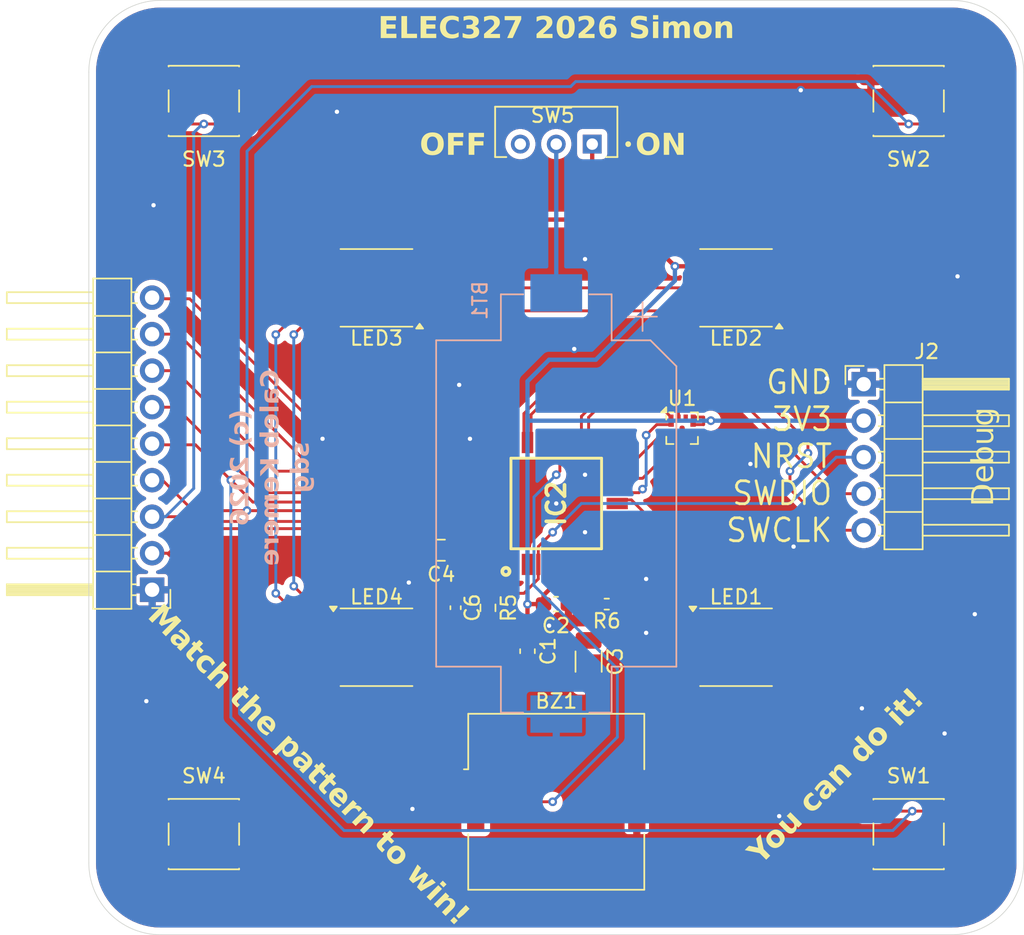
<source format=kicad_pcb>
(kicad_pcb (version 20241229) (generator "pcbnew") (generator_version "9.0")
  (layers (0 "F.Cu" signal) (2 "B.Cu" signal) (13 "F.Paste" user) (15 "B.Paste" user) (5 "F.SilkS" user "F.Silkscreen") (7 "B.SilkS" user "B.Silkscreen") (1 "F.Mask" user) (3 "B.Mask" user) (25 "Edge.Cuts" user))
  (net 0 "")
  (net 4 "SPI1_SCK")
  (net 5 "ACC_INT")
  (net 6 "VDD")
  (net 7 "GND")
  (net 8 "NRST")
  (net 9 "VCORE")
  (net 10 "ROSC")
  (net 11 "LED1_IO")
  (net 12 "LED2_IO")
  (net 13 "LED3_IO")
  (net 14 "LED4_IO")
  (net 15 "BUTTON1_IO")
  (net 16 "BUTTON2_IO")
  (net 17 "BUTTON3_IO")
  (net 18 "BUTTON4_IO")
  (net 19 "BUZZER_IO")
  (net 20 "SWDIO")
  (net 21 "SWCLK")
  (net 23 "SPI0_LED_SCK")
  (net 24 "SPI0_LED_PICO")
  (net 25 "Net-(LED1-COUT)")
  (net 26 "Net-(LED1-DOUT)")
  (net 27 "Net-(LED2-COUT)")
  (net 28 "Net-(LED2-DOUT)")
  (net 29 "Net-(LED3-DOUT)")
  (net 30 "Net-(LED3-COUT)")
  (net 33 "SPI1_POCI")
  (net 34 "SPI1_PICO")
  (net 35 "SPI1_CS0")
  (net 37 "Net-(BT1-+)")
  (footprint "LED_SMD:LED_RGB_5050-6" (layer "F.Cu") (at 70 80)
    (property "Reference" "LED4" (at 0 -3.5 180) (layer "F.SilkS"))
    (property "Value" "SK9822")
    (pad "1" smd rect (at -2.4 -1.7 90) (size 1.1 2) (layers "F.Cu" "F.Mask" "F.Paste") (net 29 "Net-(LED3-DOUT)"))
    (pad "2" smd rect (at -2.4 0 90) (size 1.1 2) (layers "F.Cu" "F.Mask" "F.Paste") (net 30 "Net-(LED3-COUT)"))
    (pad "3" smd rect (at -2.4 1.7 90) (size 1.1 2) (layers "F.Cu" "F.Mask" "F.Paste") (net 7 "GND"))
    (pad "4" smd rect (at 2.4 1.7 90) (size 1.1 2) (layers "F.Cu" "F.Mask" "F.Paste") (net 6 "VDD"))
    (pad "5" smd rect (at 2.4 0 90) (size 1.1 2) (layers "F.Cu" "F.Mask" "F.Paste"))
    (pad "6" smd rect (at 2.4 -1.7 90) (size 1.1 2) (layers "F.Cu" "F.Mask" "F.Paste"))
  )
  (footprint "Buzzer_Beeper:Buzzer_Murata_PKLCS1212E" (layer "F.Cu") (at 82.5 90.75)
    (property "Reference" "BZ1" (at 0 -7 0) (layer "F.SilkS"))
    (property "Value" "Buzzer")
    (pad "1" smd rect (at -5.6 0) (size 1.2 4) (layers "F.Cu" "F.Mask" "F.Paste") (net 19 "BUZZER_IO"))
    (pad "2" smd rect (at 5.6 0) (size 1.2 4) (layers "F.Cu" "F.Mask" "F.Paste") (net 7 "GND"))
  )
  (footprint "ELEC327-Kicad:SW_EG1270" (layer "F.Cu") (at 82.5 45 180)
    (property "Reference" "SW5" (at 0.25 2 0) (layer "F.SilkS"))
    (property "Value" "SW_SPDT")
    (pad "1" thru_hole rect (at -2.5 0 180) (size 1.308 1.308) (drill 0.8) (layers "*.Cu" "*.Mask") (net 6 "VDD"))
    (pad "2" thru_hole circle (at 0 0 180) (size 1.308 1.308) (drill 0.8) (layers "*.Cu" "*.Mask") (net 37 "Net-(BT1-+)"))
    (pad "3" thru_hole circle (at 2.5 0 180) (size 1.308 1.308) (drill 0.8) (layers "*.Cu" "*.Mask"))
  )
  (footprint "Connector_PinHeader_2.54mm:PinHeader_1x09_P2.54mm_Horizontal" (layer "F.Cu") (at 54.4 76 180)
    (property "Reference" "J1" (hide yes))
    (property "Value" "Conn_01x09")
    (pad "1" thru_hole rect (at 0 0 180) (size 1.7 1.7) (drill 1) (layers "*.Cu" "*.Mask") (net 7 "GND"))
    (pad "2" thru_hole oval (at 0 2.54 180) (size 1.7 1.7) (drill 1) (layers "*.Cu" "*.Mask") (net 18 "BUTTON4_IO"))
    (pad "3" thru_hole oval (at 0 5.08 180) (size 1.7 1.7) (drill 1) (layers "*.Cu" "*.Mask") (net 17 "BUTTON3_IO"))
    (pad "4" thru_hole oval (at 0 7.62 180) (size 1.7 1.7) (drill 1) (layers "*.Cu" "*.Mask") (net 16 "BUTTON2_IO"))
    (pad "5" thru_hole oval (at 0 10.16 180) (size 1.7 1.7) (drill 1) (layers "*.Cu" "*.Mask") (net 15 "BUTTON1_IO"))
    (pad "6" thru_hole oval (at 0 12.7 180) (size 1.7 1.7) (drill 1) (layers "*.Cu" "*.Mask") (net 14 "LED4_IO"))
    (pad "7" thru_hole oval (at 0 15.24 180) (size 1.7 1.7) (drill 1) (layers "*.Cu" "*.Mask") (net 13 "LED3_IO"))
    (pad "8" thru_hole oval (at 0 17.78 180) (size 1.7 1.7) (drill 1) (layers "*.Cu" "*.Mask") (net 12 "LED2_IO"))
    (pad "9" thru_hole oval (at 0 20.32 180) (size 1.7 1.7) (drill 1) (layers "*.Cu" "*.Mask") (net 11 "LED1_IO"))
  )
  (footprint "Button_Switch_SMD:SW_SPST_PTS647_Sx38" (layer "F.Cu") (at 58 42 180)
    (property "Reference" "SW3" (at 0 -4.05 180) (layer "F.SilkS"))
    (property "Value" "SW_SPST")
    (pad "1" smd roundrect (at -2.625 -1.6 180) (size 1.55 1) (layers "F.Cu" "F.Mask" "F.Paste") (net 17 "BUTTON3_IO"))
    (pad "1" smd roundrect (at 2.625 -1.6 180) (size 1.55 1) (layers "F.Cu" "F.Mask" "F.Paste") (net 17 "BUTTON3_IO"))
    (pad "2" smd roundrect (at -2.625 1.6 180) (size 1.55 1) (layers "F.Cu" "F.Mask" "F.Paste") (net 7 "GND"))
    (pad "2" smd roundrect (at 2.625 1.6 180) (size 1.55 1) (layers "F.Cu" "F.Mask" "F.Paste") (net 7 "GND"))
  )
  (footprint "Connector_PinHeader_2.54mm:PinHeader_1x05_P2.54mm_Horizontal" (layer "F.Cu") (at 103.875 61.7)
    (property "Reference" "J2" (at 4.385 -2.27 0) (layer "F.SilkS"))
    (property "Value" "Conn_01x05")
    (pad "1" thru_hole rect (at 0 0) (size 1.7 1.7) (drill 1) (layers "*.Cu" "*.Mask") (net 7 "GND"))
    (pad "2" thru_hole oval (at 0 2.54) (size 1.7 1.7) (drill 1) (layers "*.Cu" "*.Mask") (net 6 "VDD"))
    (pad "3" thru_hole oval (at 0 5.08) (size 1.7 1.7) (drill 1) (layers "*.Cu" "*.Mask") (net 8 "NRST"))
    (pad "4" thru_hole oval (at 0 7.62) (size 1.7 1.7) (drill 1) (layers "*.Cu" "*.Mask") (net 20 "SWDIO"))
    (pad "5" thru_hole oval (at 0 10.16) (size 1.7 1.7) (drill 1) (layers "*.Cu" "*.Mask") (net 21 "SWCLK"))
  )
  (footprint "Capacitor_SMD:C_0603_1608Metric_Pad1.08x0.95mm_HandSolder" (layer "F.Cu") (at 82.48 77)
    (property "Reference" "C2" (at 0 1.5 0) (layer "F.SilkS"))
    (property "Value" "0.1uF")
    (pad "1" smd roundrect (at -0.8625 0) (size 1.075 0.95) (layers "F.Cu" "F.Mask" "F.Paste") (net 6 "VDD"))
    (pad "2" smd roundrect (at 0.8625 0) (size 1.075 0.95) (layers "F.Cu" "F.Mask" "F.Paste") (net 7 "GND"))
  )
  (footprint "ELEC327-Kicad:QFP50P900X900X160-48N" (layer "F.Cu") (at 82.5 70 90)
    (property "Reference" "IC2" (at 0 0 90) (layer "F.SilkS") (effects (font (size 1.27 1.27) (thickness 0.254))))
    (property "Value" "MSPM0G3507SPTR" (hide yes))
    (pad "1" smd rect (at -4.238 -2.75 180) (size 0.3 1.475) (layers "F.Cu" "F.Mask" "F.Paste"))
    (pad "2" smd rect (at -4.238 -2.25 180) (size 0.3 1.475) (layers "F.Cu" "F.Mask" "F.Paste"))
    (pad "3" smd rect (at -4.238 -1.75 180) (size 0.3 1.475) (layers "F.Cu" "F.Mask" "F.Paste"))
    (pad "4" smd rect (at -4.238 -1.25 180) (size 0.3 1.475) (layers "F.Cu" "F.Mask" "F.Paste") (net 8 "NRST"))
    (pad "5" smd rect (at -4.238 -0.75 180) (size 0.3 1.475) (layers "F.Cu" "F.Mask" "F.Paste"))
    (pad "6" smd rect (at -4.238 -0.25 180) (size 0.3 1.475) (layers "F.Cu" "F.Mask" "F.Paste") (net 6 "VDD"))
    (pad "7" smd rect (at -4.238 0.25 180) (size 0.3 1.475) (layers "F.Cu" "F.Mask" "F.Paste") (net 7 "GND"))
    (pad "8" smd rect (at -4.238 0.75 180) (size 0.3 1.475) (layers "F.Cu" "F.Mask" "F.Paste") (net 10 "ROSC"))
    (pad "9" smd rect (at -4.238 1.25 180) (size 0.3 1.475) (layers "F.Cu" "F.Mask" "F.Paste"))
    (pad "10" smd rect (at -4.238 1.75 180) (size 0.3 1.475) (layers "F.Cu" "F.Mask" "F.Paste"))
    (pad "11" smd rect (at -4.238 2.25 180) (size 0.3 1.475) (layers "F.Cu" "F.Mask" "F.Paste"))
    (pad "12" smd rect (at -4.238 2.75 180) (size 0.3 1.475) (layers "F.Cu" "F.Mask" "F.Paste"))
    (pad "13" smd rect (at -2.75 4.238 90) (size 0.3 1.475) (layers "F.Cu" "F.Mask" "F.Paste"))
    (pad "14" smd rect (at -2.25 4.238 90) (size 0.3 1.475) (layers "F.Cu" "F.Mask" "F.Paste"))
    (pad "15" smd rect (at -1.75 4.238 90) (size 0.3 1.475) (layers "F.Cu" "F.Mask" "F.Paste"))
    (pad "16" smd rect (at -1.25 4.238 90) (size 0.3 1.475) (layers "F.Cu" "F.Mask" "F.Paste"))
    (pad "17" smd rect (at -0.75 4.238 90) (size 0.3 1.475) (layers "F.Cu" "F.Mask" "F.Paste") (net 24 "SPI0_LED_PICO"))
    (pad "18" smd rect (at -0.25 4.238 90) (size 0.3 1.475) (layers "F.Cu" "F.Mask" "F.Paste"))
    (pad "19" smd rect (at 0.25 4.238 90) (size 0.3 1.475) (layers "F.Cu" "F.Mask" "F.Paste") (net 23 "SPI0_LED_SCK"))
    (pad "20" smd rect (at 0.75 4.238 90) (size 0.3 1.475) (layers "F.Cu" "F.Mask" "F.Paste") (net 35 "SPI1_CS0"))
    (pad "21" smd rect (at 1.25 4.238 90) (size 0.3 1.475) (layers "F.Cu" "F.Mask" "F.Paste"))
    (pad "22" smd rect (at 1.75 4.238 90) (size 0.3 1.475) (layers "F.Cu" "F.Mask" "F.Paste") (net 34 "SPI1_PICO"))
    (pad "23" smd rect (at 2.25 4.238 90) (size 0.3 1.475) (layers "F.Cu" "F.Mask" "F.Paste"))
    (pad "24" smd rect (at 2.75 4.238 90) (size 0.3 1.475) (layers "F.Cu" "F.Mask" "F.Paste") (net 33 "SPI1_POCI"))
    (pad "25" smd rect (at 4.238 2.75 180) (size 0.3 1.475) (layers "F.Cu" "F.Mask" "F.Paste"))
    (pad "26" smd rect (at 4.238 2.25 180) (size 0.3 1.475) (layers "F.Cu" "F.Mask" "F.Paste") (net 4 "SPI1_SCK"))
    (pad "27" smd rect (at 4.238 1.75 180) (size 0.3 1.475) (layers "F.Cu" "F.Mask" "F.Paste") (net 5 "ACC_INT"))
    (pad "28" smd rect (at 4.238 1.25 180) (size 0.3 1.475) (layers "F.Cu" "F.Mask" "F.Paste"))
    (pad "29" smd rect (at 4.238 0.75 180) (size 0.3 1.475) (layers "F.Cu" "F.Mask" "F.Paste"))
    (pad "30" smd rect (at 4.238 0.25 180) (size 0.3 1.475) (layers "F.Cu" "F.Mask" "F.Paste") (net 19 "BUZZER_IO"))
    (pad "31" smd rect (at 4.238 -0.25 180) (size 0.3 1.475) (layers "F.Cu" "F.Mask" "F.Paste"))
    (pad "32" smd rect (at 4.238 -0.75 180) (size 0.3 1.475) (layers "F.Cu" "F.Mask" "F.Paste"))
    (pad "33" smd rect (at 4.238 -1.25 180) (size 0.3 1.475) (layers "F.Cu" "F.Mask" "F.Paste"))
    (pad "34" smd rect (at 4.238 -1.75 180) (size 0.3 1.475) (layers "F.Cu" "F.Mask" "F.Paste") (net 20 "SWDIO"))
    (pad "35" smd rect (at 4.238 -2.25 180) (size 0.3 1.475) (layers "F.Cu" "F.Mask" "F.Paste") (net 21 "SWCLK"))
    (pad "36" smd rect (at 4.238 -2.75 180) (size 0.3 1.475) (layers "F.Cu" "F.Mask" "F.Paste") (net 11 "LED1_IO"))
    (pad "37" smd rect (at 2.75 -4.238 90) (size 0.3 1.475) (layers "F.Cu" "F.Mask" "F.Paste") (net 12 "LED2_IO"))
    (pad "38" smd rect (at 2.25 -4.238 90) (size 0.3 1.475) (layers "F.Cu" "F.Mask" "F.Paste") (net 13 "LED3_IO"))
    (pad "39" smd rect (at 1.75 -4.238 90) (size 0.3 1.475) (layers "F.Cu" "F.Mask" "F.Paste"))
    (pad "40" smd rect (at 1.25 -4.238 90) (size 0.3 1.475) (layers "F.Cu" "F.Mask" "F.Paste"))
    (pad "41" smd rect (at 0.75 -4.238 90) (size 0.3 1.475) (layers "F.Cu" "F.Mask" "F.Paste") (net 14 "LED4_IO"))
    (pad "42" smd rect (at 0.25 -4.238 90) (size 0.3 1.475) (layers "F.Cu" "F.Mask" "F.Paste"))
    (pad "43" smd rect (at -0.25 -4.238 90) (size 0.3 1.475) (layers "F.Cu" "F.Mask" "F.Paste") (net 15 "BUTTON1_IO"))
    (pad "44" smd rect (at -0.75 -4.238 90) (size 0.3 1.475) (layers "F.Cu" "F.Mask" "F.Paste") (net 16 "BUTTON2_IO"))
    (pad "45" smd rect (at -1.25 -4.238 90) (size 0.3 1.475) (layers "F.Cu" "F.Mask" "F.Paste") (net 17 "BUTTON3_IO"))
    (pad "46" smd rect (at -1.75 -4.238 90) (size 0.3 1.475) (layers "F.Cu" "F.Mask" "F.Paste") (net 18 "BUTTON4_IO"))
    (pad "47" smd rect (at -2.25 -4.238 90) (size 0.3 1.475) (layers "F.Cu" "F.Mask" "F.Paste"))
    (pad "48" smd rect (at -2.75 -4.238 90) (size 0.3 1.475) (layers "F.Cu" "F.Mask" "F.Paste") (net 9 "VCORE"))
  )
  (footprint "Resistor_SMD:R_0402_1005Metric" (layer "F.Cu") (at 86.01 77 180)
    (property "Reference" "R6" (at 0 -1.17 180) (layer "F.SilkS"))
    (property "Value" "100k")
    (pad "1" smd roundrect (at -0.51 0 180) (size 0.54 0.64) (layers "F.Cu" "F.Mask" "F.Paste") (net 7 "GND"))
    (pad "2" smd roundrect (at 0.51 0 180) (size 0.54 0.64) (layers "F.Cu" "F.Mask" "F.Paste") (net 10 "ROSC"))
  )
  (footprint "Button_Switch_SMD:SW_SPST_PTS647_Sx38" (layer "F.Cu") (at 58 93)
    (property "Reference" "SW4" (at 0 -4.05 0) (layer "F.SilkS"))
    (property "Value" "SW_SPST")
    (pad "1" smd roundrect (at -2.625 -1.6) (size 1.55 1) (layers "F.Cu" "F.Mask" "F.Paste") (net 18 "BUTTON4_IO"))
    (pad "1" smd roundrect (at 2.625 -1.6) (size 1.55 1) (layers "F.Cu" "F.Mask" "F.Paste") (net 18 "BUTTON4_IO"))
    (pad "2" smd roundrect (at -2.625 1.6) (size 1.55 1) (layers "F.Cu" "F.Mask" "F.Paste") (net 7 "GND"))
    (pad "2" smd roundrect (at 2.625 1.6) (size 1.55 1) (layers "F.Cu" "F.Mask" "F.Paste") (net 7 "GND"))
  )
  (footprint "LED_SMD:LED_RGB_5050-6" (layer "F.Cu") (at 95 80)
    (property "Reference" "LED1" (at 0 -3.5 180) (layer "F.SilkS"))
    (property "Value" "SK9822")
    (pad "1" smd rect (at -2.4 -1.7 90) (size 1.1 2) (layers "F.Cu" "F.Mask" "F.Paste") (net 24 "SPI0_LED_PICO"))
    (pad "2" smd rect (at -2.4 0 90) (size 1.1 2) (layers "F.Cu" "F.Mask" "F.Paste") (net 23 "SPI0_LED_SCK"))
    (pad "3" smd rect (at -2.4 1.7 90) (size 1.1 2) (layers "F.Cu" "F.Mask" "F.Paste") (net 7 "GND"))
    (pad "4" smd rect (at 2.4 1.7 90) (size 1.1 2) (layers "F.Cu" "F.Mask" "F.Paste") (net 6 "VDD"))
    (pad "5" smd rect (at 2.4 0 90) (size 1.1 2) (layers "F.Cu" "F.Mask" "F.Paste") (net 25 "Net-(LED1-COUT)"))
    (pad "6" smd rect (at 2.4 -1.7 90) (size 1.1 2) (layers "F.Cu" "F.Mask" "F.Paste") (net 26 "Net-(LED1-DOUT)"))
  )
  (footprint "Capacitor_SMD:C_0402_1005Metric" (layer "F.Cu") (at 75.5 77.25 -90)
    (property "Reference" "C6" (at 0 -1.16 90) (layer "F.SilkS"))
    (property "Value" "10nF")
    (pad "1" smd roundrect (at -0.48 0 270) (size 0.56 0.62) (layers "F.Cu" "F.Mask" "F.Paste") (net 8 "NRST"))
    (pad "2" smd roundrect (at 0.48 0 270) (size 0.56 0.62) (layers "F.Cu" "F.Mask" "F.Paste") (net 7 "GND"))
  )
  (footprint "Capacitor_SMD:C_1206_3216Metric" (layer "F.Cu") (at 84.75 81 -90)
    (property "Reference" "C3" (at 0 -1.85 270) (layer "F.SilkS"))
    (property "Value" "100uF")
    (pad "1" smd roundrect (at -1.475 0 270) (size 1.15 1.8) (layers "F.Cu" "F.Mask" "F.Paste") (roundrect_rratio 0.217391) (net 6 "VDD"))
    (pad "2" smd roundrect (at 1.475 0 270) (size 1.15 1.8) (layers "F.Cu" "F.Mask" "F.Paste") (roundrect_rratio 0.217391) (net 7 "GND"))
  )
  (footprint "Resistor_SMD:R_0603_1608Metric" (layer "F.Cu") (at 77.75 77.26 -90)
    (property "Reference" "R5" (at 0 -1.43 270) (layer "F.SilkS"))
    (property "Value" "47k")
    (pad "1" smd roundrect (at -0.825 0 270) (size 0.8 0.95) (layers "F.Cu" "F.Mask" "F.Paste") (net 8 "NRST"))
    (pad "2" smd roundrect (at 0.825 0 270) (size 0.8 0.95) (layers "F.Cu" "F.Mask" "F.Paste") (net 6 "VDD"))
  )
  (footprint "Capacitor_SMD:C_0603_1608Metric" (layer "F.Cu") (at 80.5 80.275 -90)
    (property "Reference" "C1" (at 0 -1.43 270) (layer "F.SilkS"))
    (property "Value" "10uF")
    (pad "1" smd roundrect (at -0.775 0 270) (size 0.9 0.95) (layers "F.Cu" "F.Mask" "F.Paste") (net 6 "VDD"))
    (pad "2" smd roundrect (at 0.775 0 270) (size 0.9 0.95) (layers "F.Cu" "F.Mask" "F.Paste") (net 7 "GND"))
  )
  (footprint "LED_SMD:LED_RGB_5050-6" (layer "F.Cu") (at 95 55 180)
    (property "Reference" "LED2" (at 0 -3.5 0) (layer "F.SilkS"))
    (property "Value" "SK9822")
    (pad "1" smd rect (at -2.4 -1.7 270) (size 1.1 2) (layers "F.Cu" "F.Mask" "F.Paste") (net 26 "Net-(LED1-DOUT)"))
    (pad "2" smd rect (at -2.4 0 270) (size 1.1 2) (layers "F.Cu" "F.Mask" "F.Paste") (net 25 "Net-(LED1-COUT)"))
    (pad "3" smd rect (at -2.4 1.7 270) (size 1.1 2) (layers "F.Cu" "F.Mask" "F.Paste") (net 7 "GND"))
    (pad "4" smd rect (at 2.4 1.7 270) (size 1.1 2) (layers "F.Cu" "F.Mask" "F.Paste") (net 6 "VDD"))
    (pad "5" smd rect (at 2.4 0 270) (size 1.1 2) (layers "F.Cu" "F.Mask" "F.Paste") (net 27 "Net-(LED2-COUT)"))
    (pad "6" smd rect (at 2.4 -1.7 270) (size 1.1 2) (layers "F.Cu" "F.Mask" "F.Paste") (net 28 "Net-(LED2-DOUT)"))
  )
  (footprint "LED_SMD:LED_RGB_5050-6" (layer "F.Cu") (at 70 55 180)
    (property "Reference" "LED3" (at 0 -3.5 0) (layer "F.SilkS"))
    (property "Value" "SK9822")
    (pad "1" smd rect (at -2.4 -1.7 270) (size 1.1 2) (layers "F.Cu" "F.Mask" "F.Paste") (net 28 "Net-(LED2-DOUT)"))
    (pad "2" smd rect (at -2.4 0 270) (size 1.1 2) (layers "F.Cu" "F.Mask" "F.Paste") (net 27 "Net-(LED2-COUT)"))
    (pad "3" smd rect (at -2.4 1.7 270) (size 1.1 2) (layers "F.Cu" "F.Mask" "F.Paste") (net 7 "GND"))
    (pad "4" smd rect (at 2.4 1.7 270) (size 1.1 2) (layers "F.Cu" "F.Mask" "F.Paste") (net 6 "VDD"))
    (pad "5" smd rect (at 2.4 0 270) (size 1.1 2) (layers "F.Cu" "F.Mask" "F.Paste") (net 30 "Net-(LED3-COUT)"))
    (pad "6" smd rect (at 2.4 -1.7 270) (size 1.1 2) (layers "F.Cu" "F.Mask" "F.Paste") (net 29 "Net-(LED3-DOUT)"))
  )
  (footprint "Capacitor_SMD:C_0805_2012Metric" (layer "F.Cu") (at 74.5 73.25 180)
    (property "Reference" "C4" (at 0 -1.68 180) (layer "F.SilkS"))
    (property "Value" "0.47 uF")
    (pad "1" smd roundrect (at -0.95 0 180) (size 1 1.45) (layers "F.Cu" "F.Mask" "F.Paste") (net 9 "VCORE"))
    (pad "2" smd roundrect (at 0.95 0 180) (size 1 1.45) (layers "F.Cu" "F.Mask" "F.Paste") (net 7 "GND"))
  )
  (footprint "Button_Switch_SMD:SW_SPST_PTS647_Sx38" (layer "F.Cu") (at 107 42 180)
    (property "Reference" "SW2" (at 0 -4.05 180) (layer "F.SilkS"))
    (property "Value" "SW_SPST")
    (pad "1" smd roundrect (at -2.625 -1.6 180) (size 1.55 1) (layers "F.Cu" "F.Mask" "F.Paste") (net 16 "BUTTON2_IO"))
    (pad "1" smd roundrect (at 2.625 -1.6 180) (size 1.55 1) (layers "F.Cu" "F.Mask" "F.Paste") (net 16 "BUTTON2_IO"))
    (pad "2" smd roundrect (at -2.625 1.6 180) (size 1.55 1) (layers "F.Cu" "F.Mask" "F.Paste") (net 7 "GND"))
    (pad "2" smd roundrect (at 2.625 1.6 180) (size 1.55 1) (layers "F.Cu" "F.Mask" "F.Paste") (net 7 "GND"))
  )
  (footprint "Package_LGA:LGA-12_2x2mm_P0.5mm" (layer "F.Cu") (at 91.25 64.7625)
    (property "Reference" "U1" (at 0 -2.075 0) (layer "F.SilkS"))
    (property "Value" "LIS2HH12")
    (pad "1" smd rect (at -0.775 -0.775) (size 0.35 0.35) (layers "F.Cu" "F.Mask" "F.Paste") (net 4 "SPI1_SCK"))
    (pad "2" smd rect (at -0.7625 -0.25) (size 0.375 0.3) (layers "F.Cu" "F.Mask" "F.Paste") (net 35 "SPI1_CS0"))
    (pad "3" smd rect (at -0.7625 0.25) (size 0.375 0.3) (layers "F.Cu" "F.Mask" "F.Paste") (net 33 "SPI1_POCI"))
    (pad "4" smd rect (at -0.775 0.775) (size 0.35 0.35) (layers "F.Cu" "F.Mask" "F.Paste") (net 34 "SPI1_PICO"))
    (pad "5" smd rect (at -0.25 0.7625 90) (size 0.375 0.3) (layers "F.Cu" "F.Mask" "F.Paste") (net 7 "GND"))
    (pad "6" smd rect (at 0.25 0.7625 90) (size 0.375 0.3) (layers "F.Cu" "F.Mask" "F.Paste") (net 7 "GND"))
    (pad "7" smd rect (at 0.775 0.775) (size 0.35 0.35) (layers "F.Cu" "F.Mask" "F.Paste") (net 7 "GND"))
    (pad "8" smd rect (at 0.7625 0.25) (size 0.375 0.3) (layers "F.Cu" "F.Mask" "F.Paste") (net 7 "GND"))
    (pad "9" smd rect (at 0.7625 -0.25) (size 0.375 0.3) (layers "F.Cu" "F.Mask" "F.Paste") (net 6 "VDD"))
    (pad "10" smd rect (at 0.775 -0.775) (size 0.35 0.35) (layers "F.Cu" "F.Mask" "F.Paste") (net 6 "VDD"))
    (pad "11" smd rect (at 0.25 -0.7625 90) (size 0.375 0.3) (layers "F.Cu" "F.Mask" "F.Paste"))
    (pad "12" smd rect (at -0.25 -0.7625 90) (size 0.375 0.3) (layers "F.Cu" "F.Mask" "F.Paste") (net 5 "ACC_INT"))
  )
  (footprint "Button_Switch_SMD:SW_SPST_PTS647_Sx38" (layer "F.Cu") (at 107 93)
    (property "Reference" "SW1" (at 0 -4.05 0) (layer "F.SilkS"))
    (property "Value" "SW_SPST")
    (pad "1" smd roundrect (at -2.625 -1.6) (size 1.55 1) (layers "F.Cu" "F.Mask" "F.Paste") (net 15 "BUTTON1_IO"))
    (pad "1" smd roundrect (at 2.625 -1.6) (size 1.55 1) (layers "F.Cu" "F.Mask" "F.Paste") (net 15 "BUTTON1_IO"))
    (pad "2" smd roundrect (at -2.625 1.6) (size 1.55 1) (layers "F.Cu" "F.Mask" "F.Paste") (net 7 "GND"))
    (pad "2" smd roundrect (at 2.625 1.6) (size 1.55 1) (layers "F.Cu" "F.Mask" "F.Paste") (net 7 "GND"))
  )
  (footprint "Battery:BatteryHolder_Keystone_1060_1x2032" (layer "B.Cu") (at 82.5 70 -90)
    (property "Reference" "BT1" (at -14.125 5.3 90) (layer "B.SilkS") (effects (justify mirror)))
    (property "Value" "Battery_Cell")
    (pad "1" smd rect (at -14.65 0 90) (size 2.6 3.6) (layers "B.Cu" "B.Mask" "B.Paste") (net 37 "Net-(BT1-+)"))
    (pad "2" smd rect (at 14.65 0 90) (size 2.6 3.6) (layers "B.Cu" "B.Mask" "B.Paste") (net 7 "GND"))
  )
  (gr_arc (start 55 100) (mid 51.464466 98.535534) (end 50 95) (stroke (width 0.05)) (layer "Edge.Cuts"))
  (gr_line (start 50 95) (end 50 40) (stroke (width 0.05)) (layer "Edge.Cuts"))
  (gr_line (start 115 40) (end 115 95) (stroke (width 0.05)) (layer "Edge.Cuts"))
  (gr_line (start 110 100) (end 55 100) (stroke (width 0.05)) (layer "Edge.Cuts"))
  (gr_arc (start 115 95) (mid 113.535534 98.535534) (end 110 100) (stroke (width 0.05)) (layer "Edge.Cuts"))
  (gr_arc (start 50 40) (mid 51.464466 36.464466) (end 55 35) (stroke (width 0.05)) (layer "Edge.Cuts"))
  (gr_line (start 55 35) (end 110 35) (stroke (width 0.05)) (layer "Edge.Cuts"))
  (gr_arc (start 110 35) (mid 113.535534 36.464466) (end 115 40) (stroke (width 0.05)) (layer "Edge.Cuts"))
  (gr_text "ON" (at 88 46 0) (layer "F.SilkS") (effects (font (size 1.5 1.5) (thickness 0.3) (bold yes)) (justify left bottom)))
  (gr_text "Debug" (at 112.25 66.75 90) (layer "F.SilkS") (effects (font (size 1.5 1.5) (thickness 0.1875))))
  (gr_text "Match the pattern to win!" (at 65.25 88.25 315) (layer "F.SilkS") (effects (font (size 1.5 1.5) (thickness 0.2) (bold yes))))
  (gr_text "ELEC327 2026 Simon" (at 82.5 37 0) (layer "F.SilkS") (effects (font (size 1.5 1.5) (thickness 0.2) (bold yes))))
  (gr_text "GND\n3V3\nNRST\nSWDIO\nSWCLK\n" (at 101.8 72.8 0) (layer "F.SilkS") (effects (font (size 1.6 1.5) (thickness 0.1875)) (justify right bottom)))
  (gr_text "You can do it!" (at 102 89 45) (layer "F.SilkS") (effects (font (size 1.5 1.5) (thickness 0.2) (bold yes))))
  (gr_text "OFF\n" (at 73 46 0) (layer "F.SilkS") (effects (font (size 1.5 1.5) (thickness 0.3) (bold yes)) (justify left bottom)))
  (gr_text "(c) 2026\nCaleb Kemere\nsdg\n" (at 65.5 67.5 90) (layer "B.SilkS") (effects (font (size 1.25 1.25) (thickness 0.2) (bold yes)) (justify bottom mirror)))
  (segment (start 84.75 65.762) (end 84.75 64) (width 0.2) (layer "F.Cu") (net 4))
  (segment (start 84.75 64) (end 85.25 63.5) (width 0.2) (layer "F.Cu") (net 4))
  (segment (start 85.25 63.5) (end 89.9875 63.5) (width 0.2) (layer "F.Cu") (net 4))
  (segment (start 89.9875 63.5) (end 90.475 63.9875) (width 0.2) (layer "F.Cu") (net 4))
  (segment (start 85.184314 63) (end 90.5 63) (width 0.2) (layer "F.Cu") (net 5))
  (segment (start 84.25 65.762) (end 84.25 63.934314) (width 0.2) (layer "F.Cu") (net 5))
  (segment (start 84.25 63.934314) (end 85.184314 63) (width 0.2) (layer "F.Cu") (net 5))
  (segment (start 90.5 63) (end 91 63.5) (width 0.2) (layer "F.Cu") (net 5))
  (segment (start 91 63.5) (end 91 64) (width 0.2) (layer "F.Cu") (net 5))
  (segment (start 92.51855 53.5) (end 92.61875 53.3998) (width 0.3) (layer "F.Cu") (net 6))
  (segment (start 92.75 64.5) (end 92.7375 64.5125) (width 0.2) (layer "F.Cu") (net 6))
  (segment (start 97.38125 82.61875) (end 96 84) (width 0.3) (layer "F.Cu") (net 6))
  (segment (start 72.38125 81.6002) (end 76.6498 81.6002) (width 0.3) (layer "F.Cu") (net 6))
  (segment (start 92.75 64) (end 92.75 64.25) (width 0.2) (layer "F.Cu") (net 6))
  (segment (start 92.75 64.25) (end 93.24 64.25) (width 0.2) (layer "F.Cu") (net 6))
  (segment (start 93.24 64.25) (end 93.25 64.24) (width 0.2) (layer "F.Cu") (net 6))
  (segment (start 92.75 64.25) (end 92.75 64.5) (width 0.2) (layer "F.Cu") (net 6))
  (segment (start 97.38125 81.6002) (end 97.38125 82.61875) (width 0.3) (layer "F.Cu") (net 6))
  (segment (start 77.9375 79.4375) (end 77.75 79.25) (width 0.3) (layer "F.Cu") (net 6))
  (segment (start 69.25 50.25) (end 67.6 51.9) (width 0.3) (layer "F.Cu") (net 6))
  (segment (start 96 84) (end 91.5 84) (width 0.3) (layer "F.Cu") (net 6))
  (segment (start 78.8125 79.4375) (end 79 79.4375) (width 0.3) (layer "F.Cu") (net 6))
  (segment (start 90.75 53.5) (end 92.51855 53.5) (width 0.3) (layer "F.Cu") (net 6))
  (segment (start 87.5 50.25) (end 69.25 50.25) (width 0.3) (layer "F.Cu") (net 6))
  (segment (start 79 79.4375) (end 80.5 79.4375) (width 0.3) (layer "F.Cu") (net 6))
  (segment (start 90.75 53.5) (end 87.5 50.25) (width 0.3) (layer "F.Cu") (net 6))
  (segment (start 92.7375 63.9875) (end 92.75 64) (width 0.2) (layer "F.Cu") (net 6))
  (segment (start 77.75 79.25) (end 77.75 78.085) (width 0.3) (layer "F.Cu") (net 6))
  (segment (start 92.025 63.9875) (end 92.7375 63.9875) (width 0.2) (layer "F.Cu") (net 6))
  (segment (start 85 47.75) (end 85 45) (width 0.3) (layer "F.Cu") (net 6))
  (segment (start 82.25 75.75) (end 82.25 74.238) (width 0.3) (layer "F.Cu") (net 6))
  (segment (start 67.6 51.9) (end 67.6 53.3) (width 0.3) (layer "F.Cu") (net 6))
  (segment (start 86.9375 79.4375) (end 80.5 79.4375) (width 0.3) (layer "F.Cu") (net 6))
  (segment (start 81.6175 76.3825) (end 82.25 75.75) (width 0.3) (layer "F.Cu") (net 6))
  (segment (start 90.75 53.5) (end 85 47.75) (width 0.3) (layer "F.Cu") (net 6))
  (segment (start 76.6498 81.6002) (end 78.8125 79.4375) (width 0.3) (layer "F.Cu") (net 6))
  (segment (start 92.7375 64.5125) (end 92.0125 64.5125) (width 0.2) (layer "F.Cu") (net 6))
  (segment (start 91.5 84) (end 86.9375 79.4375) (width 0.3) (layer "F.Cu") (net 6))
  (segment (start 81.6175 77) (end 81.6175 76.3825) (width 0.3) (layer "F.Cu") (net 6))
  (segment (start 82 77) (end 80.5 77) (width 0.3) (layer "F.Cu") (net 6))
  (segment (start 79 79.4375) (end 77.9375 79.4375) (width 0.3) (layer "F.Cu") (net 6))
  (segment (start 80.5 79.4375) (end 80.5 77) (width 0.3) (layer "F.Cu") (net 6))
  (via (at 80.5 77) (size 0.6) (drill 0.3) (layers "F.Cu" "B.Cu") (net 6))
  (via (at 93.25 64.24) (size 0.6) (drill 0.3) (layers "F.Cu" "B.Cu") (net 6))
  (via (at 90.75 53.5) (size 0.6) (drill 0.3) (layers "F.Cu" "B.Cu") (net 6))
  (segment (start 80.5 61.5) (end 82 60) (width 0.3) (layer "B.Cu") (net 6))
  (segment (start 93.25 64.24) (end 80.51 64.24) (width 0.3) (layer "B.Cu") (net 6))
  (segment (start 103.875 64.24) (end 93.25 64.24) (width 0.3) (layer "B.Cu") (net 6))
  (segment (start 82 60) (end 85.25 60) (width 0.3) (layer "B.Cu") (net 6))
  (segment (start 80.5 77) (end 80.5 61.5) (width 0.3) (layer "B.Cu") (net 6))
  (segment (start 85.25 60) (end 90.75 54.5) (width 0.3) (layer "B.Cu") (net 6))
  (segment (start 90.75 54.5) (end 90.75 53.5) (width 0.3) (layer "B.Cu") (net 6))
  (segment (start 92.0125 65.0125) (end 92.7125 65.0125) (width 0.2) (layer "F.Cu") (net 7))
  (segment (start 91.5 66.5) (end 91.5 65.525) (width 0.2) (layer "F.Cu") (net 7))
  (segment (start 91.25 66.75) (end 91.5 66.5) (width 0.2) (layer "F.Cu") (net 7))
  (segment (start 92.7625 65.5375) (end 92.025 65.5375) (width 0.2) (layer "F.Cu") (net 7))
  (segment (start 92.9 65.4) (end 92.7625 65.5375) (width 0.2) (layer "F.Cu") (net 7))
  (segment (start 91 65.525) (end 91 66.5) (width 0.2) (layer "F.Cu") (net 7))
  (segment (start 82.75 74.238) (end 82.75 72.75) (width 0.3) (layer "F.Cu") (net 7))
  (segment (start 92.9 65.2) (end 92.9 65.4) (width 0.2) (layer "F.Cu") (net 7))
  (segment (start 92.7125 65.0125) (end 92.9 65.2) (width 0.2) (layer "F.Cu") (net 7))
  (segment (start 82.75 72.75) (end 82.8 72.7) (width 0.3) (layer "F.Cu") (net 7))
  (segment (start 91 66.5) (end 91.25 66.75) (width 0.2) (layer "F.Cu") (net 7))
  (via (at 88.75 75.25) (size 0.6) (drill 0.3) (layers "F.Cu" "B.Cu") (net 7))
  (via (at 84.5 72) (size 0.6) (drill 0.3) (layers "F.Cu" "B.Cu") (net 7))
  (via (at 84.5 53) (size 0.6) (drill 0.3) (layers "F.Cu" "B.Cu") (net 7))
  (via (at 66.25 65.5) (size 0.6) (drill 0.3) (layers "F.Cu" "B.Cu") (net 7))
  (via (at 54.5 49.25) (size 0.6) (drill 0.3) (layers "F.Cu" "B.Cu") (net 7))
  (via (at 103.75 84.25) (size 0.6) (drill 0.3) (layers "F.Cu" "B.Cu") (net 7))
  (via (at 72.5 91.25) (size 0.6) (drill 0.3) (layers "F.Cu" "B.Cu") (net 7))
  (via (at 82 78.5) (size 0.6) (drill 0.3) (layers "F.Cu" "B.Cu") (net 7))
  (via (at 101.3 61.3) (size 0.6) (drill 0.3) (layers "F.Cu" "B.Cu") (net 7))
  (via (at 54 83.75) (size 0.6) (drill 0.3) (layers "F.Cu" "B.Cu") (net 7))
  (via (at 83.75 59.25) (size 0.6) (drill 0.3) (layers "F.Cu" "B.Cu") (net 7))
  (via (at 99.5 41.25) (size 0.6) (drill 0.3) (layers "F.Cu" "B.Cu") (net 7))
  (via (at 88.75 79) (size 0.6) (drill 0.3) (layers "F.Cu" "B.Cu") (net 7))
  (via (at 98 91.75) (size 0.6) (drill 0.3) (layers "F.Cu" "B.Cu") (net 7))
  (via (at 96 67.25) (size 0.6) (drill 0.3) (layers "F.Cu" "B.Cu") (net 7))
  (via (at 72.25 75.5) (size 0.6) (drill 0.3) (layers "F.Cu" "B.Cu") (net 7))
  (via (at 67.25 42.75) (size 0.6) (drill 0.3) (layers "F.Cu" "B.Cu") (net 7))
  (via (at 110.4 54.2) (size 0.6) (drill 0.3) (layers "F.Cu" "B.Cu") (net 7))
  (via (at 99 73) (size 0.6) (drill 0.3) (layers "F.Cu" "B.Cu") (net 7))
  (via (at 76.5 65.5) (size 0.6) (drill 0.3) (layers "F.Cu" "B.Cu") (net 7))
  (via (at 111.6 77.7) (size 0.6) (drill 0.3) (layers "F.Cu" "B.Cu") (net 7))
  (via (at 82.5 70) (size 0.6) (drill 0.3) (layers "F.Cu" "B.Cu") (net 7))
  (via (at 84.5 68) (size 0.6) (drill 0.3) (layers "F.Cu" "B.Cu") (net 7))
  (via (at 109.5 86) (size 0.6) (drill 0.3) (layers "F.Cu" "B.Cu") (net 7))
  (via (at 75.75 61.75) (size 0.6) (drill 0.3) (layers "F.Cu" "B.Cu") (net 7))
  (segment (start 82.25 72) (end 81.25 73) (width 0.2) (layer "F.Cu") (net 8))
  (segment (start 79 76.25) (end 78.815 76.435) (width 0.2) (layer "F.Cu") (net 8))
  (segment (start 79 76.25) (end 80.25 76.25) (width 0.2) (layer "F.Cu") (net 8))
  (segment (start 77.75 76.435) (end 77.065 76.435) (width 0.2) (layer "F.Cu") (net 8))
  (segment (start 77.065 76.435) (end 76.73 76.77) (width 0.2) (layer "F.Cu") (net 8))
  (segment (start 76.73 76.77) (end 75.5 76.77) (width 0.2) (layer "F.Cu") (net 8))
  (segment (start 81.25 75.25) (end 81.25 74.238) (width 0.2) (layer "F.Cu") (net 8))
  (segment (start 81.25 73) (end 81.25 74.238) (width 0.2) (layer "F.Cu") (net 8))
  (segment (start 81.25 75.25) (end 80.25 76.25) (width 0.2) (layer "F.Cu") (net 8))
  (segment (start 78.815 76.435) (end 77.75 76.435) (width 0.2) (layer "F.Cu") (net 8))
  (via (at 82.25 72) (size 0.6) (drill 0.3) (layers "F.Cu" "B.Cu") (net 8))
  (segment (start 98.75 70) (end 101.97 66.78) (width 0.2) (layer "B.Cu") (net 8))
  (segment (start 101.97 66.78) (end 103.875 66.78) (width 0.2) (layer "B.Cu") (net 8))
  (segment (start 84.25 70) (end 98.75 70) (width 0.2) (layer "B.Cu") (net 8))
  (segment (start 82.25 72) (end 84.25 70) (width 0.2) (layer "B.Cu") (net 8))
  (segment (start 75.45 73.25) (end 76.5 73.25) (width 0.2) (layer "F.Cu") (net 9))
  (segment (start 76.5 73.25) (end 77 72.75) (width 0.2) (layer "F.Cu") (net 9))
  (segment (start 77 72.75) (end 78.262 72.75) (width 0.2) (layer "F.Cu") (net 9))
  (segment (start 83.5 75.5) (end 84 75.5) (width 0.2) (layer "F.Cu") (net 10))
  (segment (start 84 75.5) (end 85.5 77) (width 0.2) (layer "F.Cu") (net 10))
  (segment (start 83.25 73.988) (end 83.25 75.25) (width 0.2) (layer "F.Cu") (net 10))
  (segment (start 83.25 75.25) (end 83.5 75.5) (width 0.2) (layer "F.Cu") (net 10))
  (segment (start 79 64) (end 65.25 64) (width 0.2) (layer "F.Cu") (net 11))
  (segment (start 57.01 55.76) (end 54.48 55.76) (width 0.2) (layer "F.Cu") (net 11))
  (segment (start 79.75 65.762) (end 79.75 64.75) (width 0.2) (layer "F.Cu") (net 11))
  (segment (start 54.48 55.76) (end 54.4 55.68) (width 0.2) (layer "F.Cu") (net 11))
  (segment (start 79.75 64.75) (end 79 64) (width 0.2) (layer "F.Cu") (net 11))
  (segment (start 65.25 64) (end 57.01 55.76) (width 0.2) (layer "F.Cu") (net 11))
  (segment (start 65.25 67.25) (end 78.262 67.25) (width 0.2) (layer "F.Cu") (net 12))
  (segment (start 56.22 58.22) (end 65.25 67.25) (width 0.2) (layer "F.Cu") (net 12))
  (segment (start 56.22 58.22) (end 54.4 58.22) (width 0.2) (layer "F.Cu") (net 12))
  (segment (start 78.262 67.75) (end 63 67.75) (width 0.2) (layer "F.Cu") (net 13))
  (segment (start 56.01 60.76) (end 54.4 60.76) (width 0.2) (layer "F.Cu") (net 13))
  (segment (start 63 67.75) (end 56.01 60.76) (width 0.2) (layer "F.Cu") (net 13))
  (segment (start 62 69.25) (end 56.05 63.3) (width 0.2) (layer "F.Cu") (net 14))
  (segment (start 56.05 63.3) (end 54.4 63.3) (width 0.2) (layer "F.Cu") (net 14))
  (segment (start 78.262 69.25) (end 62 69.25) (width 0.2) (layer "F.Cu") (net 14))
  (segment (start 72.65 69.9) (end 61.4 69.9) (width 0.2) (layer "F.Cu") (net 15))
  (segment (start 73 70.25) (end 72.65 69.9) (width 0.2) (layer "F.Cu") (net 15))
  (segment (start 78.262 70.25) (end 73 70.25) (width 0.2) (layer "F.Cu") (net 15))
  (segment (start 61.4 69.9) (end 59.875 68.375) (width 0.2) (layer "F.Cu") (net 15))
  (segment (start 107.25 91.4) (end 104.375 91.4) (width 0.2) (layer "F.Cu") (net 15))
  (segment (start 54.4 65.84) (end 54.48 65.92) (width 0.2) (layer "F.Cu") (net 15))
  (segment (start 54.48 65.92) (end 57.42 65.92) (width 0.2) (layer "F.Cu") (net 15))
  (segment (start 109.625 91.4) (end 107.25 91.4) (width 0.2) (layer "F.Cu") (net 15))
  (segment (start 57.42 65.92) (end 59.875 68.375) (width 0.2) (layer "F.Cu") (net 15))
  (via (at 107.25 91.4) (size 0.6) (drill 0.3) (layers "F.Cu" "B.Cu") (net 15))
  (via (at 59.875 68.375) (size 0.6) (drill 0.3) (layers "F.Cu" "B.Cu") (net 15))
  (segment (start 59.875 68.375) (end 59.875 84.875) (width 0.2) (layer "B.Cu") (net 15))
  (segment (start 59.875 84.875) (end 67.75 92.75) (width 0.2) (layer "B.Cu") (net 15))
  (segment (start 67.75 92.75) (end 105.9 92.75) (width 0.2) (layer "B.Cu") (net 15))
  (segment (start 105.9 92.75) (end 107.25 91.4) (width 0.2) (layer "B.Cu") (net 15))
  (segment (start 72 70.5) (end 61 70.5) (width 0.2) (layer "F.Cu") (net 16))
  (segment (start 109.625 43.6) (end 107 43.6) (width 0.2) (layer "F.Cu") (net 16))
  (segment (start 55.13 68.38) (end 54.4 68.38) (width 0.2) (layer "F.Cu") (net 16))
  (segment (start 57.25 70.5) (end 55.13 68.38) (width 0.2) (layer "F.Cu") (net 16))
  (segment (start 72.25 70.75) (end 72 70.5) (width 0.2) (layer "F.Cu") (net 16))
  (segment (start 107 43.6) (end 104.375 43.6) (width 0.2) (layer "F.Cu") (net 16))
  (segment (start 61 70.5) (end 57.25 70.5) (width 0.2) (layer "F.Cu") (net 16))
  (segment (start 78.262 70.75) (end 72.25 70.75) (width 0.2) (layer "F.Cu") (net 16))
  (via (at 107 43.6) (size 0.6) (drill 0.3) (layers "F.Cu" "B.Cu") (net 16))
  (via (at 61 70.5) (size 0.6) (drill 0.3) (layers "F.Cu" "B.Cu") (net 16))
  (segment (start 61 45.5) (end 65.5 41) (width 0.2) (layer "B.Cu") (net 16))
  (segment (start 83.5 41) (end 83.85 40.65) (width 0.2) (layer "B.Cu") (net 16))
  (segment (start 83.85 40.65) (end 104.05 40.65) (width 0.2) (layer "B.Cu") (net 16))
  (segment (start 65.5 41) (end 83.5 41) (width 0.2) (layer "B.Cu") (net 16))
  (segment (start 61 70.5) (end 61 45.5) (width 0.2) (layer "B.Cu") (net 16))
  (segment (start 104.05 40.65) (end 107 43.6) (width 0.2) (layer "B.Cu") (net 16))
  (segment (start 56.42 70.92) (end 54.4 70.92) (width 0.2) (layer "F.Cu") (net 17))
  (segment (start 78.262 71.25) (end 56.75 71.25) (width 0.2) (layer "F.Cu") (net 17))
  (segment (start 57.9 43.6) (end 60.625 43.6) (width 0.2) (layer "F.Cu") (net 17))
  (segment (start 56.75 71.25) (end 56.42 70.92) (width 0.2) (layer "F.Cu") (net 17))
  (segment (start 55.375 43.6) (end 57.9 43.6) (width 0.2) (layer "F.Cu") (net 17))
  (via (at 58 43.6) (size 0.6) (drill 0.3) (layers "F.Cu" "B.Cu") (net 17))
  (segment (start 55.33 70.92) (end 54.4 70.92) (width 0.2) (layer "B.Cu") (net 17))
  (segment (start 57.25 44.25) (end 57.295 44.295) (width 0.2) (layer "B.Cu") (net 17))
  (segment (start 57.295 44.295) (end 57.295 68.955) (width 0.2) (layer "B.Cu") (net 17))
  (segment (start 57.25 44.25) (end 57.9 43.6) (width 0.2) (layer "B.Cu") (net 17))
  (segment (start 57.295 68.955) (end 55.33 70.92) (width 0.2) (layer "B.Cu") (net 17))
  (segment (start 54.4 73.46) (end 55.54 73.46) (width 0.2) (layer "F.Cu") (net 18))
  (segment (start 55.375 91.4) (end 58 91.4) (width 0.2) (layer "F.Cu") (net 18))
  (segment (start 57.25 71.75) (end 78.262 71.75) (width 0.2) (layer "F.Cu") (net 18))
  (segment (start 54.4 73.46) (end 55.46 73.46) (width 0.2) (layer "F.Cu") (net 18))
  (segment (start 58 91.4) (end 60.625 91.4) (width 0.2) (layer "F.Cu") (net 18))
  (segment (start 58 87.25) (end 58 91.4) (width 0.2) (layer "F.Cu") (net 18))
  (segment (start 57 86.25) (end 58 87.25) (width 0.2) (layer "F.Cu") (net 18))
  (segment (start 55.46 73.46) (end 57 75) (width 0.2) (layer "F.Cu") (net 18))
  (segment (start 55.54 73.46) (end 57.25 71.75) (width 0.2) (layer "F.Cu") (net 18))
  (segment (start 57 75) (end 57 86.25) (width 0.2) (layer "F.Cu") (net 18))
  (segment (start 82.75 67.75) (end 82.75 65.762) (width 0.2) (layer "F.Cu") (net 19))
  (segment (start 81 90.75) (end 76.9 90.75) (width 0.2) (layer "F.Cu") (net 19))
  (segment (start 82.25 90.75) (end 81 90.75) (width 0.2) (layer "F.Cu") (net 19))
  (segment (start 82.5 68) (end 82.75 67.75) (width 0.2) (layer "F.Cu") (net 19))
  (via (at 82.25 90.75) (size 0.6) (drill 0.3) (layers "F.Cu" "B.Cu") (net 19))
  (via (at 82.5 68) (size 0.6) (drill 0.3) (layers "F.Cu" "B.Cu") (net 19))
  (segment (start 82.5 77.25) (end 86.75 81.5) (width 0.2) (layer "B.Cu") (net 19))
  (segment (start 80.951 69.549) (end 80.951 75.701) (width 0.2) (layer "B.Cu") (net 19))
  (segment (start 81.25 69.25) (end 80.951 69.549) (width 0.2) (layer "B.Cu") (net 19))
  (segment (start 86.75 86.25) (end 82.25 90.75) (width 0.2) (layer "B.Cu") (net 19))
  (segment (start 81.25 69.25) (end 82.5 68) (width 0.2) (layer "B.Cu") (net 19))
  (segment (start 86.75 81.5) (end 86.75 86.25) (width 0.2) (layer "B.Cu") (net 19))
  (segment (start 80.951 75.701) (end 82.5 77.25) (width 0.2) (layer "B.Cu") (net 19))
  (segment (start 82.665686 61.9) (end 94.4 61.9) (width 0.2) (layer "F.Cu") (net 20))
  (segment (start 101.82 69.32) (end 103.875 69.32) (width 0.2) (layer "F.Cu") (net 20))
  (segment (start 80.75 63.815686) (end 82.665686 61.9) (width 0.2) (layer "F.Cu") (net 20))
  (segment (start 94.4 61.9) (end 101.82 69.32) (width 0.2) (layer "F.Cu") (net 20))
  (segment (start 80.75 65.762) (end 80.75 63.815686) (width 0.2) (layer "F.Cu") (net 20))
  (segment (start 80.25 63.75) (end 80.25 65.762) (width 0.2) (layer "F.Cu") (net 21))
  (segment (start 100 65.75) (end 95.75 61.5) (width 0.2) (layer "F.Cu") (net 21))
  (segment (start 82.5 61.5) (end 80.25 63.75) (width 0.2) (layer "F.Cu") (net 21))
  (segment (start 101.61 71.86) (end 103.875 71.86) (width 0.2) (layer "F.Cu") (net 21))
  (segment (start 100 66.5) (end 100 65.75) (width 0.2) (layer "F.Cu") (net 21))
  (segment (start 98.75 69) (end 101.61 71.86) (width 0.2) (layer "F.Cu") (net 21))
  (segment (start 98.75 67.75) (end 98.75 69) (width 0.2) (layer "F.Cu") (net 21))
  (segment (start 95.75 61.5) (end 82.5 61.5) (width 0.2) (layer "F.Cu") (net 21))
  (via (at 100 66.5) (size 0.6) (drill 0.3) (layers "F.Cu" "B.Cu") (net 21))
  (via (at 98.75 67.75) (size 0.6) (drill 0.3) (layers "F.Cu" "B.Cu") (net 21))
  (segment (start 98.75 67.75) (end 100 66.5) (width 0.2) (layer "B.Cu") (net 21))
  (segment (start 86.738 69.75) (end 87.7255 69.75) (width 0.2) (layer "F.Cu") (net 23))
  (segment (start 87.7255 69.75) (end 95.25 77.2745) (width 0.2) (layer "F.Cu") (net 23))
  (segment (start 95.25 78.25) (end 93.5 80) (width 0.2) (layer "F.Cu") (net 23))
  (segment (start 95.25 77.2745) (end 95.25 78.25) (width 0.2) (layer "F.Cu") (net 23))
  (segment (start 93.5 80) (end 92.61875 80) (width 0.2) (layer "F.Cu") (net 23))
  (segment (start 92.4755 75.5) (end 92.5 75.5) (width 0.2) (layer "F.Cu") (net 24))
  (segment (start 86.738 70.75) (end 87.7255 70.75) (width 0.2) (layer "F.Cu") (net 24))
  (segment (start 87.7255 70.75) (end 92.4755 75.5) (width 0.2) (layer "F.Cu") (net 24))
  (segment (start 92.61875 75.61875) (end 92.61875 78.3998) (width 0.2) (layer "F.Cu") (net 24))
  (segment (start 92.5 75.5) (end 92.61875 75.61875) (width 0.2) (layer "F.Cu") (net 24))
  (segment (start 105 80) (end 109.5 75.5) (width 0.2) (layer "F.Cu") (net 25))
  (segment (start 105 55) (end 97.38125 55) (width 0.2) (layer "F.Cu") (net 25))
  (segment (start 109.5 59.5) (end 105 55) (width 0.2) (layer "F.Cu") (net 25))
  (segment (start 97.38125 80) (end 105 80) (width 0.2) (layer "F.Cu") (net 25))
  (segment (start 109.5 75.5) (end 109.5 59.5) (width 0.2) (layer "F.Cu") (net 25))
  (segment (start 104.3502 78.3998) (end 97.38125 78.3998) (width 0.2) (layer "F.Cu") (net 26))
  (segment (start 103.8502 56.6002) (end 107.5 60.25) (width 0.2) (layer "F.Cu") (net 26))
  (segment (start 107.5 60.25) (end 107.5 75.25) (width 0.2) (layer "F.Cu") (net 26))
  (segment (start 97.38125 56.6002) (end 103.8502 56.6002) (width 0.2) (layer "F.Cu") (net 26))
  (segment (start 107.5 75.25) (end 104.3502 78.3998) (width 0.2) (layer "F.Cu") (net 26))
  (segment (start 92.61875 55) (end 72.38125 55) (width 0.2) (layer "F.Cu") (net 27))
  (segment (start 92.61875 56.6002) (end 72.38125 56.6002) (width 0.2) (layer "F.Cu") (net 28))
  (segment (start 67.61875 78.3998) (end 66.8998 78.3998) (width 0.2) (layer "F.Cu") (net 29))
  (segment (start 66.8998 78.3998) (end 64.25 75.75) (width 0.2) (layer "F.Cu") (net 29))
  (segment (start 65.8998 56.6002) (end 64.25 58.25) (width 0.2) (layer "F.Cu") (net 29))
  (segment (start 67.61875 56.6002) (end 65.8998 56.6002) (width 0.2) (layer "F.Cu") (net 29))
  (via (at 64.25 58.25) (size 0.6) (drill 0.3) (layers "F.Cu" "B.Cu") (net 29))
  (via (at 64.25 75.75) (size 0.6) (drill 0.3) (layers "F.Cu" "B.Cu") (net 29))
  (segment (start 64.25 75.75) (end 64.25 58.25) (width 0.2) (layer "B.Cu") (net 29))
  (segment (start 67.61875 55) (end 66.25 55) (width 0.2) (layer "F.Cu") (net 30))
  (segment (start 67.61875 80) (end 66.75 80) (width 0.2) (layer "F.Cu") (net 30))
  (segment (start 66.75 80) (end 63 76.25) (width 0.2) (layer "F.Cu") (net 30))
  (segment (start 66.25 55) (end 63 58.25) (width 0.2) (layer "F.Cu") (net 30))
  (via (at 63 58.25) (size 0.6) (drill 0.3) (layers "F.Cu" "B.Cu") (net 30))
  (via (at 63 76.25) (size 0.6) (drill 0.3) (layers "F.Cu" "B.Cu") (net 30))
  (segment (start 63 76.25) (end 63 58.25) (width 0.2) (layer "B.Cu") (net 30))
  (segment (start 86.738 67.25) (end 87.75 67.25) (width 0.2) (layer "F.Cu") (net 33))
  (segment (start 87.75 67.25) (end 89.9875 65.0125) (width 0.2) (layer "F.Cu") (net 33))
  (segment (start 89.9875 65.0125) (end 90.4875 65.0125) (width 0.2) (layer "F.Cu") (net 33))
  (segment (start 90.475 66.275) (end 90.475 65.5375) (width 0.2) (layer "F.Cu") (net 34))
  (segment (start 88.5 68.25) (end 90.475 66.275) (width 0.2) (layer "F.Cu") (net 34))
  (segment (start 86.738 68.25) (end 88.5 68.25) (width 0.2) (layer "F.Cu") (net 34))
  (segment (start 88.25 69.25) (end 86.738 69.25) (width 0.2) (layer "F.Cu") (net 35))
  (segment (start 88.75 65.25) (end 89.4875 64.5125) (width 0.2) (layer "F.Cu") (net 35))
  (segment (start 89.4875 64.5125) (end 90.4875 64.5125) (width 0.2) (layer "F.Cu") (net 35))
  (segment (start 88.5 69) (end 88.25 69.25) (width 0.2) (layer "F.Cu") (net 35))
  (via (at 88.75 65.25) (size 0.6) (drill 0.3) (layers "F.Cu" "B.Cu") (net 35))
  (via (at 88.5 69) (size 0.6) (drill 0.3) (layers "F.Cu" "B.Cu") (net 35))
  (segment (start 88.75 68.75) (end 88.5 69) (width 0.2) (layer "B.Cu") (net 35))
  (segment (start 88.75 65.25) (end 88.75 68.75) (width 0.2) (layer "B.Cu") (net 35))
  (segment (start 82.5 55.35) (end 82.5 45) (width 0.3) (layer "B.Cu") (net 37))
  (zone (net 7) (net_name "GND") (layers "F.Cu" "B.Cu") (connect_pads (clearance 0.4)) (min_thickness 0.25) (fill yes (thermal_gap 0.25) (thermal_bridge_width 0.5))
    (polygon (pts (xy 115 100) (xy 50 100) (xy 50 35) (xy 115 35)))
  )
)
</source>
